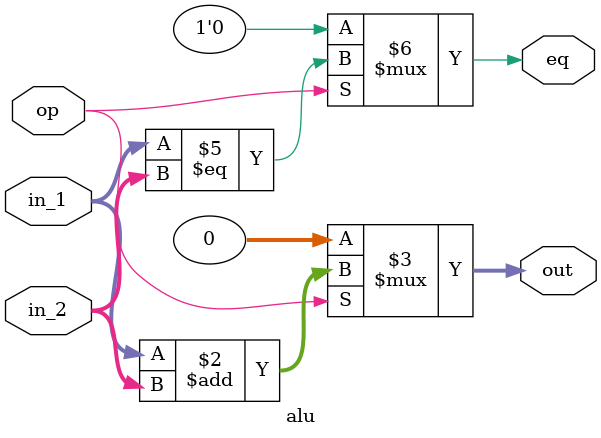
<source format=v>
`timescale 1ns / 1ps


module alu(
    input  [31:0] in_1,
    input  [31:0] in_2,
    input         op,
    output [31:0] out,
    output        eq
);
    assign out = (op == 1'b0) ? 32'h0 : in_1 + in_2;
    assign eq  = (op == 1'b0) ? 1'b0  : (in_1 == in_2);
endmodule

</source>
